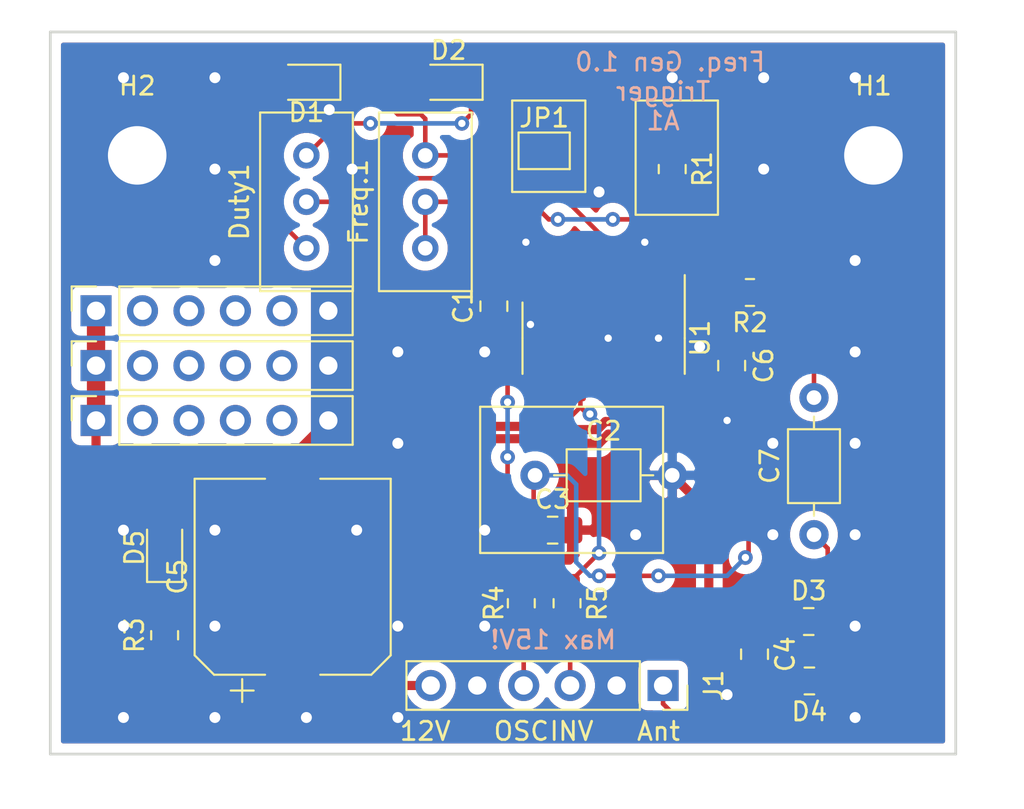
<source format=kicad_pcb>
(kicad_pcb (version 20240108) (generator "pcbnew") (generator_version "8.0")
  (layers (0 "F.Cu" signal) (31 "B.Cu" signal) (34 "B.Paste" user) (35 "F.Paste" user) (36 "B.SilkS" user "B.Silkscreen") (37 "F.SilkS" user "F.Silkscreen") (38 "B.Mask" user) (39 "F.Mask" user) (44 "Edge.Cuts" user))
  (net 0 "")
  (net 1 "GND")
  (net 2 "Ant_trg")
  (net 3 "+12V")
  (net 4 "Net-(C7-Pad2)")
  (net 5 "Ant_in")
  (net 6 "Net-(D1-Pad2)")
  (net 7 "Net-(D1-Pad1)")
  (net 8 "Net-(D2-Pad1)")
  (net 9 "Net-(D5-Pad1)")
  (net 10 "Net-(Duty1-Pad2)")
  (net 11 "Osc")
  (net 12 "OSC_inv")
  (net 13 "Net-(R4-Pad1)")
  (net 14 "Net-(R5-Pad1)")
  (footprint "Capacitor_THT:C_Axial_L3.8mm_D2.6mm_P7.50mm_Horizontal" (layer "F.Cu") (at 147.5 136.75)
    (property "Reference" "C2" (at 3.75 -2.42 0) (layer "F.SilkS"))
    (property "Value" "100n")
    (fp_line (start 1.04 0) (end 1.73 0) (stroke (width 0.12)) (layer "F.SilkS"))
    (fp_line (start 1.73 -1.42) (end 1.73 1.42) (stroke (width 0.12)) (layer "F.SilkS"))
    (fp_line (start 1.73 1.42) (end 5.77 1.42) (stroke (width 0.12)) (layer "F.SilkS"))
    (fp_line (start 5.77 -1.42) (end 1.73 -1.42) (stroke (width 0.12)) (layer "F.SilkS"))
    (fp_line (start 5.77 1.42) (end 5.77 -1.42) (stroke (width 0.12)) (layer "F.SilkS"))
    (fp_line (start 6.46 0) (end 5.77 0) (stroke (width 0.12)) (layer "F.SilkS"))
    (pad "1" thru_hole circle (at 0 0) (size 1.6 1.6) (drill 0.8) (layers "*.Cu" "*.Mask") (net 2 "Ant_trg"))
    (pad "2" thru_hole oval (at 7.5 0) (size 1.6 1.6) (drill 0.8) (layers "*.Cu" "*.Mask") (net 1 "GND"))
  )
  (footprint "Capacitor_SMD:C_0805_2012Metric_Pad1.18x1.45mm_HandSolder" (layer "F.Cu") (at 148.4625 139.75)
    (property "Reference" "C3" (at 0 -1.68 0) (layer "F.SilkS"))
    (property "Value" "100n")
    (fp_line (start -0.261252 -0.735) (end 0.261252 -0.735) (stroke (width 0.12)) (layer "F.SilkS"))
    (fp_line (start -0.261252 0.735) (end 0.261252 0.735) (stroke (width 0.12)) (layer "F.SilkS"))
    (pad "1" smd roundrect (at -1.0375 0) (size 1.175 1.45) (layers "F.Cu" "F.Paste" "F.Mask") (roundrect_rratio 0.2127659574) (net 2 "Ant_trg"))
    (pad "2" smd roundrect (at 1.0375 0) (size 1.175 1.45) (layers "F.Cu" "F.Paste" "F.Mask") (roundrect_rratio 0.2127659574) (net 1 "GND"))
  )
  (footprint "Capacitor_SMD:C_0805_2012Metric_Pad1.18x1.45mm_HandSolder" (layer "F.Cu") (at 159.5 146.5375 -90)
    (property "Reference" "C4" (at 0 -1.68 90) (layer "F.SilkS"))
    (property "Value" "100nF")
    (fp_line (start -0.261252 0.735) (end 0.261252 0.735) (stroke (width 0.12)) (layer "F.SilkS"))
    (fp_line (start -0.261252 -0.735) (end 0.261252 -0.735) (stroke (width 0.12)) (layer "F.SilkS"))
    (pad "1" smd roundrect (at -1.0375 0 270) (size 1.175 1.45) (layers "F.Cu" "F.Paste" "F.Mask") (roundrect_rratio 0.2127659574) (net 3 "+12V"))
    (pad "2" smd roundrect (at 1.0375 0 270) (size 1.175 1.45) (layers "F.Cu" "F.Paste" "F.Mask") (roundrect_rratio 0.2127659574) (net 1 "GND"))
  )
  (footprint "Capacitor_SMD:CP_Elec_10x10.5" (layer "F.Cu") (at 134.25 142.3 90)
    (property "Reference" "C5" (at 0 -6.3 90) (layer "F.SilkS"))
    (property "Value" "100uF")
    (fp_line (start 5.36 -5.36) (end 5.36 -1.51) (stroke (width 0.12)) (layer "F.SilkS"))
    (fp_line (start -4.295563 -5.36) (end 5.36 -5.36) (stroke (width 0.12)) (layer "F.SilkS"))
    (fp_line (start -5.36 -4.295563) (end -4.295563 -5.36) (stroke (width 0.12)) (layer "F.SilkS"))
    (fp_line (start -5.36 -4.295563) (end -5.36 -1.51) (stroke (width 0.12)) (layer "F.SilkS"))
    (fp_line (start -6.225 -3.385) (end -6.225 -2.135) (stroke (width 0.12)) (layer "F.SilkS"))
    (fp_line (start -6.85 -2.76) (end -5.6 -2.76) (stroke (width 0.12)) (layer "F.SilkS"))
    (fp_line (start -5.36 4.295563) (end -5.36 1.51) (stroke (width 0.12)) (layer "F.SilkS"))
    (fp_line (start -5.36 4.295563) (end -4.295563 5.36) (stroke (width 0.12)) (layer "F.SilkS"))
    (fp_line (start 5.36 5.36) (end 5.36 1.51) (stroke (width 0.12)) (layer "F.SilkS"))
    (fp_line (start -4.295563 5.36) (end 5.36 5.36) (stroke (width 0.12)) (layer "F.SilkS"))
    (pad "1" smd roundrect (at -4.2 0 90) (size 4.4 2.5) (layers "F.Cu" "F.Paste" "F.Mask") (roundrect_rratio 0.1) (net 3 "+12V"))
    (pad "2" smd roundrect (at 4.2 0 90) (size 4.4 2.5) (layers "F.Cu" "F.Paste" "F.Mask") (roundrect_rratio 0.1) (net 1 "GND"))
  )
  (footprint "Capacitor_SMD:C_0805_2012Metric_Pad1.18x1.45mm_HandSolder" (layer "F.Cu") (at 158.25 130.75 90)
    (property "Reference" "C6" (at 0 1.75 90) (layer "F.SilkS"))
    (property "Value" "100nF")
    (fp_line (start -0.261252 -0.735) (end 0.261252 -0.735) (stroke (width 0.12)) (layer "F.SilkS"))
    (fp_line (start -0.261252 0.735) (end 0.261252 0.735) (stroke (width 0.12)) (layer "F.SilkS"))
    (pad "1" smd roundrect (at -1.0375 0 90) (size 1.175 1.45) (layers "F.Cu" "F.Paste" "F.Mask") (roundrect_rratio 0.2127659574) (net 3 "+12V"))
    (pad "2" smd roundrect (at 1.0375 0 90) (size 1.175 1.45) (layers "F.Cu" "F.Paste" "F.Mask") (roundrect_rratio 0.2127659574) (net 1 "GND"))
  )
  (footprint "Capacitor_THT:C_Axial_L3.8mm_D2.6mm_P7.50mm_Horizontal" (layer "F.Cu") (at 162.75 140 90)
    (property "Reference" "C7" (at 3.75 -2.42 90) (layer "F.SilkS"))
    (property "Value" "100n")
    (fp_line (start 5.77 -1.42) (end 1.73 -1.42) (stroke (width 0.12)) (layer "F.SilkS"))
    (fp_line (start 1.73 -1.42) (end 1.73 1.42) (stroke (width 0.12)) (layer "F.SilkS"))
    (fp_line (start 6.46 0) (end 5.77 0) (stroke (width 0.12)) (layer "F.SilkS"))
    (fp_line (start 1.04 0) (end 1.73 0) (stroke (width 0.12)) (layer "F.SilkS"))
    (fp_line (start 5.77 1.42) (end 5.77 -1.42) (stroke (width 0.12)) (layer "F.SilkS"))
    (fp_line (start 1.73 1.42) (end 5.77 1.42) (stroke (width 0.12)) (layer "F.SilkS"))
    (pad "1" thru_hole circle (at 0 0 90) (size 1.6 1.6) (drill 0.8) (layers "*.Cu" "*.Mask") (net 5 "Ant_in"))
    (pad "2" thru_hole oval (at 7.5 0 90) (size 1.6 1.6) (drill 0.8) (layers "*.Cu" "*.Mask") (net 4 "Net-(C7-Pad2)"))
  )
  (footprint "Diode_SMD:D_0805_2012Metric_Pad1.15x1.40mm_HandSolder" (layer "F.Cu") (at 135 115.25 180)
    (property "Reference" "D1" (at 0 -1.65 0) (layer "F.SilkS"))
    (property "Value" "D")
    (fp_line (start 1 -0.96) (end -1.86 -0.96) (stroke (width 0.12)) (layer "F.SilkS"))
    (fp_line (start -1.86 0.96) (end 1 0.96) (stroke (width 0.12)) (layer "F.SilkS"))
    (fp_line (start -1.86 -0.96) (end -1.86 0.96) (stroke (width 0.12)) (layer "F.SilkS"))
    (pad "1" smd roundrect (at -1.025 0 180) (size 1.15 1.4) (layers "F.Cu" "F.Paste" "F.Mask") (roundrect_rratio 0.2173904348) (net 7 "Net-(D1-Pad1)"))
    (pad "2" smd roundrect (at 1.025 0 180) (size 1.15 1.4) (layers "F.Cu" "F.Paste" "F.Mask") (roundrect_rratio 0.2173904348) (net 6 "Net-(D1-Pad2)"))
  )
  (footprint "Diode_SMD:D_0805_2012Metric_Pad1.15x1.40mm_HandSolder" (layer "F.Cu") (at 142.775 115.25 180)
    (property "Reference" "D2" (at 0 1.75 0) (layer "F.SilkS"))
    (property "Value" "D")
    (fp_line (start 1 -0.96) (end -1.86 -0.96) (stroke (width 0.12)) (layer "F.SilkS"))
    (fp_line (start -1.86 0.96) (end 1 0.96) (stroke (width 0.12)) (layer "F.SilkS"))
    (fp_line (start -1.86 -0.96) (end -1.86 0.96) (stroke (width 0.12)) (layer "F.SilkS"))
    (pad "1" smd roundrect (at -1.025 0 180) (size 1.15 1.4) (layers "F.Cu" "F.Paste" "F.Mask") (roundrect_rratio 0.2173904348) (net 8 "Net-(D2-Pad1)"))
    (pad "2" smd roundrect (at 1.025 0 180) (size 1.15 1.4) (layers "F.Cu" "F.Paste" "F.Mask") (roundrect_rratio 0.2173904348) (net 7 "Net-(D1-Pad1)"))
  )
  (footprint "Capacitor_SMD:C_0805_2012Metric_Pad1.18x1.45mm_HandSolder" (layer "F.Cu") (at 162.4625 144.75)
    (property "Reference" "D3" (at 0 -1.68 0) (layer "F.SilkS"))
    (property "Value" "D")
    (fp_line (start -0.261252 -0.735) (end 0.261252 -0.735) (stroke (width 0.12)) (layer "F.SilkS"))
    (fp_line (start -0.261252 0.735) (end 0.261252 0.735) (stroke (width 0.12)) (layer "F.SilkS"))
    (pad "1" smd roundrect (at -1.0375 0) (size 1.175 1.45) (layers "F.Cu" "F.Paste" "F.Mask") (roundrect_rratio 0.2127659574) (net 3 "+12V"))
    (pad "2" smd roundrect (at 1.0375 0) (size 1.175 1.45) (layers "F.Cu" "F.Paste" "F.Mask") (roundrect_rratio 0.2127659574) (net 5 "Ant_in"))
  )
  (footprint "Capacitor_SMD:C_0805_2012Metric_Pad1.18x1.45mm_HandSolder" (layer "F.Cu") (at 162.5 148 180)
    (property "Reference" "D4" (at 0 -1.68 0) (layer "F.SilkS"))
    (property "Value" "D")
    (fp_line (start -0.261252 0.735) (end 0.261252 0.735) (stroke (width 0.12)) (layer "F.SilkS"))
    (fp_line (start -0.261252 -0.735) (end 0.261252 -0.735) (stroke (width 0.12)) (layer "F.SilkS"))
    (pad "1" smd roundrect (at -1.0375 0 180) (size 1.175 1.45) (layers "F.Cu" "F.Paste" "F.Mask") (roundrect_rratio 0.2127659574) (net 5 "Ant_in"))
    (pad "2" smd roundrect (at 1.0375 0 180) (size 1.175 1.45) (layers "F.Cu" "F.Paste" "F.Mask") (roundrect_rratio 0.2127659574) (net 1 "GND"))
  )
  (footprint "LED_SMD:LED_0805_2012Metric_Pad1.15x1.40mm_HandSolder" (layer "F.Cu") (at 127.25 140.725 90)
    (property "Reference" "D5" (at 0 -1.65 90) (layer "F.SilkS"))
    (property "Value" "LED")
    (fp_line (start 1 -0.96) (end -1.86 -0.96) (stroke (width 0.12)) (layer "F.SilkS"))
    (fp_line (start -1.86 -0.96) (end -1.86 0.96) (stroke (width 0.12)) (layer "F.SilkS"))
    (fp_line (start -1.86 0.96) (end 1 0.96) (stroke (width 0.12)) (layer "F.SilkS"))
    (pad "1" smd roundrect (at -1.025 0 90) (size 1.15 1.4) (layers "F.Cu" "F.Paste" "F.Mask") (roundrect_rratio 0.2173904348) (net 9 "Net-(D5-Pad1)"))
    (pad "2" smd roundrect (at 1.025 0 90) (size 1.15 1.4) (layers "F.Cu" "F.Paste" "F.Mask") (roundrect_rratio 0.2173904348) (net 1 "GND"))
  )
  (footprint "Potentiometer_THT:Potentiometer_Bourns_3296W_Vertical" (layer "F.Cu") (at 135 119.25 90)
    (property "Reference" "Duty1" (at -2.54 -3.66 90) (layer "F.SilkS"))
    (property "Value" "1k")
    (fp_line (start 2.345 -2.53) (end 2.345 2.54) (stroke (width 0.12)) (layer "F.SilkS"))
    (fp_line (start -7.425 -2.53) (end 2.345 -2.53) (stroke (width 0.12)) (layer "F.SilkS"))
    (fp_line (start -7.425 -2.53) (end -7.425 2.54) (stroke (width 0.12)) (layer "F.SilkS"))
    (fp_line (start -7.425 2.54) (end 2.345 2.54) (stroke (width 0.12)) (layer "F.SilkS"))
    (pad "1" thru_hole circle (at 0 0 90) (size 1.44 1.44) (drill 0.8) (layers "*.Cu" "*.Mask") (net 8 "Net-(D2-Pad1)"))
    (pad "2" thru_hole circle (at -2.54 0 90) (size 1.44 1.44) (drill 0.8) (layers "*.Cu" "*.Mask") (net 10 "Net-(Duty1-Pad2)"))
    (pad "3" thru_hole circle (at -5.08 0 90) (size 1.44 1.44) (drill 0.8) (layers "*.Cu" "*.Mask") (net 6 "Net-(D1-Pad2)"))
  )
  (footprint "Potentiometer_THT:Potentiometer_Bourns_3296W_Vertical" (layer "F.Cu") (at 141.5 119.25 90)
    (property "Reference" "Freq.1" (at -2.54 -3.66 90) (layer "F.SilkS"))
    (property "Value" "10k")
    (fp_line (start 2.345 -2.53) (end 2.345 2.54) (stroke (width 0.12)) (layer "F.SilkS"))
    (fp_line (start -7.425 -2.53) (end 2.345 -2.53) (stroke (width 0.12)) (layer "F.SilkS"))
    (fp_line (start -7.425 -2.53) (end -7.425 2.54) (stroke (width 0.12)) (layer "F.SilkS"))
    (fp_line (start -7.425 2.54) (end 2.345 2.54) (stroke (width 0.12)) (layer "F.SilkS"))
    (pad "1" thru_hole circle (at 0 0 90) (size 1.44 1.44) (drill 0.8) (layers "*.Cu" "*.Mask") (net 7 "Net-(D1-Pad1)"))
    (pad "2" thru_hole circle (at -2.54 0 90) (size 1.44 1.44) (drill 0.8) (layers "*.Cu" "*.Mask") (net 2 "Ant_trg"))
    (pad "3" thru_hole circle (at -5.08 0 90) (size 1.44 1.44) (drill 0.8) (layers "*.Cu" "*.Mask") (net 2 "Ant_trg"))
  )
  (footprint "MountingHole:MountingHole_3.2mm_M3_DIN965_Pad" (layer "F.Cu") (at 166 119.25)
    (property "Reference" "H1" (at 0 -3.8 0) (layer "F.SilkS"))
    (property "Value" "MountingHole_Pad")
    (pad "1" thru_hole circle (at 0 0) (size 5.6 5.6) (drill 3.2) (layers "*.Cu" "*.Mask") (net 1 "GND"))
  )
  (footprint "MountingHole:MountingHole_3.2mm_M3_DIN965_Pad" (layer "F.Cu") (at 125.75 119.25)
    (property "Reference" "H2" (at 0 -3.8 0) (layer "F.SilkS"))
    (property "Value" "MountingHole_Pad")
    (pad "1" thru_hole circle (at 0 0) (size 5.6 5.6) (drill 3.2) (layers "*.Cu" "*.Mask") (net 1 "GND"))
  )
  (footprint "Connector_PinSocket_2.54mm:PinSocket_1x06_P2.54mm_Vertical" (layer "F.Cu") (at 154.5 148.25 -90)
    (property "Reference" "J1" (at 0 -2.77 90) (layer "F.SilkS"))
    (property "Value" "Conn_01x06")
    (fp_line (start -1.33 14.03) (end 1.33 14.03) (stroke (width 0.12)) (layer "F.SilkS"))
    (fp_line (start -1.33 1.27) (end -1.33 14.03) (stroke (width 0.12)) (layer "F.SilkS"))
    (fp_line (start -1.33 1.27) (end 1.33 1.27) (stroke (width 0.12)) (layer "F.SilkS"))
    (fp_line (start 1.33 1.27) (end 1.33 14.03) (stroke (width 0.12)) (layer "F.SilkS"))
    (fp_line (start 0 -1.33) (end 1.33 -1.33) (stroke (width 0.12)) (layer "F.SilkS"))
    (fp_line (start 1.33 -1.33) (end 1.33 0) (stroke (width 0.12)) (layer "F.SilkS"))
    (pad "1" thru_hole rect (at 0 0 270) (size 1.7 1.7) (drill 1) (layers "*.Cu" "*.Mask") (net 5 "Ant_in"))
    (pad "2" thru_hole oval (at 0 2.54 270) (size 1.7 1.7) (drill 1) (layers "*.Cu" "*.Mask") (net 1 "GND"))
    (pad "3" thru_hole oval (at 0 5.08 270) (size 1.7 1.7) (drill 1) (layers "*.Cu" "*.Mask") (net 12 "OSC_inv"))
    (pad "4" thru_hole oval (at 0 7.62 270) (size 1.7 1.7) (drill 1) (layers "*.Cu" "*.Mask") (net 11 "Osc"))
    (pad "5" thru_hole oval (at 0 10.16 270) (size 1.7 1.7) (drill 1) (layers "*.Cu" "*.Mask") (net 1 "GND"))
    (pad "6" thru_hole oval (at 0 12.7 270) (size 1.7 1.7) (drill 1) (layers "*.Cu" "*.Mask") (net 3 "+12V"))
  )
  (footprint "Resistor_SMD:R_0805_2012Metric_Pad1.20x1.40mm_HandSolder" (layer "F.Cu") (at 155 120 -90)
    (property "Reference" "R1" (at 0 -1.65 90) (layer "F.SilkS"))
    (property "Value" "1k")
    (fp_line (start -0.227064 0.735) (end 0.227064 0.735) (stroke (width 0.12)) (layer "F.SilkS"))
    (fp_line (start -0.227064 -0.735) (end 0.227064 -0.735) (stroke (width 0.12)) (layer "F.SilkS"))
    (pad "1" smd roundrect (at -1 0 270) (size 1.2 1.4) (layers "F.Cu" "F.Paste" "F.Mask") (roundrect_rratio 0.2083325) (net 7 "Net-(D1-Pad1)"))
    (pad "2" smd roundrect (at 1 0 270) (size 1.2 1.4) (layers "F.Cu" "F.Paste" "F.Mask") (roundrect_rratio 0.2083325) (net 2 "Ant_trg"))
  )
  (footprint "Resistor_SMD:R_0805_2012Metric_Pad1.20x1.40mm_HandSolder" (layer "F.Cu") (at 127.25 145.5 90)
    (property "Reference" "R3" (at 0 -1.65 90) (layer "F.SilkS"))
    (property "Value" "10k")
    (fp_line (start -0.227064 -0.735) (end 0.227064 -0.735) (stroke (width 0.12)) (layer "F.SilkS"))
    (fp_line (start -0.227064 0.735) (end 0.227064 0.735) (stroke (width 0.12)) (layer "F.SilkS"))
    (pad "1" smd roundrect (at -1 0 90) (size 1.2 1.4) (layers "F.Cu" "F.Paste" "F.Mask") (roundrect_rratio 0.2083325) (net 3 "+12V"))
    (pad "2" smd roundrect (at 1 0 90) (size 1.2 1.4) (layers "F.Cu" "F.Paste" "F.Mask") (roundrect_rratio 0.2083325) (net 9 "Net-(D5-Pad1)"))
  )
  (footprint "Package_SO:SO-14_3.9x8.65mm_P1.27mm" (layer "F.Cu") (at 151.25 129.25 -90)
    (property "Reference" "U1" (at 0 -5.28 90) (layer "F.SilkS"))
    (property "Value" "40106")
    (fp_line (start 0 4.435) (end -1.95 4.435) (stroke (width 0.12)) (layer "F.SilkS"))
    (fp_line (start 0 4.435) (end 1.95 4.435) (stroke (width 0.12)) (layer "F.SilkS"))
    (fp_line (start 0 -4.435) (end -3.45 -4.435) (stroke (width 0.12)) (layer "F.SilkS"))
    (fp_line (start 0 -4.435) (end 1.95 -4.435) (stroke (width 0.12)) (layer "F.SilkS"))
    (pad "1" smd roundrect (at -2.475 -3.81 270) (size 1.95 0.6) (layers "F.Cu" "F.Paste" "F.Mask") (net 2 "Ant_trg"))
    (pad "2" smd roundrect (at -2.475 -2.54 270) (size 1.95 0.6) (layers "F.Cu" "F.Paste" "F.Mask") (net 10 "Net-(Duty1-Pad2)"))
    (pad "3" smd roundrect (at -2.475 -1.27 270) (size 1.95 0.6) (layers "F.Cu" "F.Paste" "F.Mask") (net 10 "Net-(Duty1-Pad2)"))
    (pad "4" smd roundrect (at -2.475 0 270) (size 1.95 0.6) (layers "F.Cu" "F.Paste" "F.Mask") (net 13 "Net-(R4-Pad1)"))
    (pad "5" smd roundrect (at -2.475 1.27 270) (size 1.95 0.6) (layers "F.Cu" "F.Paste" "F.Mask") (net 10 "Net-(Duty1-Pad2)"))
    (pad "6" smd roundrect (at -2.475 2.54 270) (size 1.95 0.6) (layers "F.Cu" "F.Paste" "F.Mask") (net 13 "Net-(R4-Pad1)"))
    (pad "7" smd roundrect (at -2.475 3.81 270) (size 1.95 0.6) (layers "F.Cu" "F.Paste" "F.Mask") (net 1 "GND"))
    (pad "8" smd roundrect (at 2.475 3.81 270) (size 1.95 0.6) (layers "F.Cu" "F.Paste" "F.Mask") (net 14 "Net-(R5-Pad1)"))
    (pad "9" smd roundrect (at 2.475 2.54 270) (size 1.95 0.6) (layers "F.Cu" "F.Paste" "F.Mask") (net 13 "Net-(R4-Pad1)"))
    (pad "10" smd roundrect (at 2.475 1.27 270) (size 1.95 0.6) (layers "F.Cu" "F.Paste" "F.Mask") (net 14 "Net-(R5-Pad1)"))
    (pad "11" smd roundrect (at 2.475 0 270) (size 1.95 0.6) (layers "F.Cu" "F.Paste" "F.Mask") (net 13 "Net-(R4-Pad1)"))
    (pad "12" smd roundrect (at 2.475 -1.27 270) (size 1.95 0.6) (layers "F.Cu" "F.Paste" "F.Mask"))
    (pad "13" smd roundrect (at 2.475 -2.54 270) (size 1.95 0.6) (layers "F.Cu" "F.Paste" "F.Mask") (net 3 "+12V"))
    (pad "14" smd roundrect (at 2.475 -3.81 270) (size 1.95 0.6) (layers "F.Cu" "F.Paste" "F.Mask") (net 3 "+12V"))
  )
  (footprint "Resistor_SMD:R_0805_2012Metric_Pad1.20x1.40mm_HandSolder" (layer "F.Cu") (at 159.25 126.75 180)
    (property "Reference" "R2" (at 0 -1.65 0) (layer "F.SilkS"))
    (property "Value" "1k")
    (fp_line (start -0.227064 0.735) (end 0.227064 0.735) (stroke (width 0.12)) (layer "F.SilkS"))
    (fp_line (start -0.227064 -0.735) (end 0.227064 -0.735) (stroke (width 0.12)) (layer "F.SilkS"))
    (pad "1" smd roundrect (at -1 0 180) (size 1.2 1.4) (layers "F.Cu" "F.Paste" "F.Mask") (roundrect_rratio 0.2083325) (net 4 "Net-(C7-Pad2)"))
    (pad "2" smd roundrect (at 1 0 180) (size 1.2 1.4) (layers "F.Cu" "F.Paste" "F.Mask") (roundrect_rratio 0.2083325) (net 2 "Ant_trg"))
  )
  (footprint "Jumper:SolderJumper-2_P1.3mm_Open_TrianglePad1.0x1.5mm" (layer "F.Cu") (at 148 119)
    (property "Reference" "JP1" (at 0 -1.8 0) (layer "F.SilkS"))
    (property "Value" "SolderJumper_2_Open")
    (fp_line (start -1.4 -1) (end 1.4 -1) (stroke (width 0.12)) (layer "F.SilkS"))
    (fp_line (start -1.4 1) (end -1.4 -1) (stroke (width 0.12)) (layer "F.SilkS"))
    (fp_line (start 1.4 -1) (end 1.4 1) (stroke (width 0.12)) (layer "F.SilkS"))
    (fp_line (start 1.4 1) (end -1.4 1) (stroke (width 0.12)) (layer "F.SilkS"))
    (pad "1" smd custom (at -0.725 0) (size 0.3 0.3) (layers "F.Cu" "F.Mask") (net 7 "Net-(D1-Pad1)") (options (clearance outline) (anchor rect)) (primitives (gr_poly (pts (xy -0.5 -0.75) (xy 0.5 -0.75) (xy 1 0) (xy 0.5 0.75) (xy -0.5 0.75)) (width 0) (fill yes))))
    (pad "2" smd custom (at 0.725 0) (size 0.3 0.3) (layers "F.Cu" "F.Mask") (net 10 "Net-(Duty1-Pad2)") (options (clearance outline) (anchor rect)) (primitives (gr_poly (pts (xy -0.65 -0.75) (xy 0.5 -0.75) (xy 0.5 0.75) (xy -0.65 0.75) (xy -0.15 0)) (width 0) (fill yes))))
  )
  (footprint "Resistor_SMD:R_0805_2012Metric_Pad1.20x1.40mm_HandSolder" (layer "F.Cu") (at 146.75 143.75 -90)
    (property "Reference" "R4" (at 0 1.5 90) (layer "F.SilkS"))
    (property "Value" "1k")
    (fp_line (start -0.227064 0.735) (end 0.227064 0.735) (stroke (width 0.12)) (layer "F.SilkS"))
    (fp_line (start -0.227064 -0.735) (end 0.227064 -0.735) (stroke (width 0.12)) (layer "F.SilkS"))
    (pad "1" smd roundrect (at -1 0 270) (size 1.2 1.4) (layers "F.Cu" "F.Paste" "F.Mask") (roundrect_rratio 0.2083325) (net 13 "Net-(R4-Pad1)"))
    (pad "2" smd roundrect (at 1 0 270) (size 1.2 1.4) (layers "F.Cu" "F.Paste" "F.Mask") (roundrect_rratio 0.2083325) (net 11 "Osc"))
  )
  (footprint "Resistor_SMD:R_0805_2012Metric_Pad1.20x1.40mm_HandSolder" (layer "F.Cu") (at 149.25 143.75 -90)
    (property "Reference" "R5" (at 0 -1.65 90) (layer "F.SilkS"))
    (property "Value" "1k")
    (fp_line (start -0.227064 0.735) (end 0.227064 0.735) (stroke (width 0.12)) (layer "F.SilkS"))
    (fp_line (start -0.227064 -0.735) (end 0.227064 -0.735) (stroke (width 0.12)) (layer "F.SilkS"))
    (pad "1" smd roundrect (at -1 0 270) (size 1.2 1.4) (layers "F.Cu" "F.Paste" "F.Mask") (roundrect_rratio 0.2083325) (net 14 "Net-(R5-Pad1)"))
    (pad "2" smd roundrect (at 1 0 270) (size 1.2 1.4) (layers "F.Cu" "F.Paste" "F.Mask") (roundrect_rratio 0.2083325) (net 12 "OSC_inv"))
  )
  (footprint "Connector_PinSocket_2.54mm:PinSocket_1x06_P2.54mm_Vertical" (layer "F.Cu") (at 123.5 133.75 90)
    (property "Reference" "J2" (hide yes))
    (property "Value" "Conn_01x06")
    (fp_line (start 1.33 -1.33) (end 1.33 0) (stroke (width 0.12)) (layer "F.SilkS"))
    (fp_line (start 0 -1.33) (end 1.33 -1.33) (stroke (width 0.12)) (layer "F.SilkS"))
    (fp_line (start 1.33 1.27) (end 1.33 14.03) (stroke (width 0.12)) (layer "F.SilkS"))
    (fp_line (start -1.33 1.27) (end 1.33 1.27) (stroke (width 0.12)) (layer "F.SilkS"))
    (fp_line (start -1.33 1.27) (end -1.33 14.03) (stroke (width 0.12)) (layer "F.SilkS"))
    (fp_line (start -1.33 14.03) (end 1.33 14.03) (stroke (width 0.12)) (layer "F.SilkS"))
    (pad "1" thru_hole rect (at 0 0 90) (size 1.7 1.7) (drill 1) (layers "*.Cu" "*.Mask") (net 3 "+12V"))
    (pad "2" thru_hole oval (at 0 2.54 90) (size 1.7 1.7) (drill 1) (layers "*.Cu" "*.Mask"))
    (pad "3" thru_hole oval (at 0 5.08 90) (size 1.7 1.7) (drill 1) (layers "*.Cu" "*.Mask"))
    (pad "4" thru_hole oval (at 0 7.62 90) (size 1.7 1.7) (drill 1) (layers "*.Cu" "*.Mask"))
    (pad "5" thru_hole oval (at 0 10.16 90) (size 1.7 1.7) (drill 1) (layers "*.Cu" "*.Mask"))
    (pad "6" thru_hole oval (at 0 12.7 90) (size 1.7 1.7) (drill 1) (layers "*.Cu" "*.Mask") (net 1 "GND"))
  )
  (footprint "Connector_PinSocket_2.54mm:PinSocket_1x06_P2.54mm_Vertical" (layer "F.Cu") (at 123.5 130.75 90)
    (property "Reference" "J3" (hide yes))
    (property "Value" "Conn_01x06")
    (fp_line (start 1.33 -1.33) (end 1.33 0) (stroke (width 0.12)) (layer "F.SilkS"))
    (fp_line (start 0 -1.33) (end 1.33 -1.33) (stroke (width 0.12)) (layer "F.SilkS"))
    (fp_line (start 1.33 1.27) (end 1.33 14.03) (stroke (width 0.12)) (layer "F.SilkS"))
    (fp_line (start -1.33 1.27) (end 1.33 1.27) (stroke (width 0.12)) (layer "F.SilkS"))
    (fp_line (start -1.33 1.27) (end -1.33 14.03) (stroke (width 0.12)) (layer "F.SilkS"))
    (fp_line (start -1.33 14.03) (end 1.33 14.03) (stroke (width 0.12)) (layer "F.SilkS"))
    (pad "1" thru_hole rect (at 0 0 90) (size 1.7 1.7) (drill 1) (layers "*.Cu" "*.Mask") (net 3 "+12V"))
    (pad "2" thru_hole oval (at 0 2.54 90) (size 1.7 1.7) (drill 1) (layers "*.Cu" "*.Mask"))
    (pad "3" thru_hole oval (at 0 5.08 90) (size 1.7 1.7) (drill 1) (layers "*.Cu" "*.Mask"))
    (pad "4" thru_hole oval (at 0 7.62 90) (size 1.7 1.7) (drill 1) (layers "*.Cu" "*.Mask"))
    (pad "5" thru_hole oval (at 0 10.16 90) (size 1.7 1.7) (drill 1) (layers "*.Cu" "*.Mask"))
    (pad "6" thru_hole oval (at 0 12.7 90) (size 1.7 1.7) (drill 1) (layers "*.Cu" "*.Mask") (net 1 "GND"))
  )
  (footprint "Connector_PinSocket_2.54mm:PinSocket_1x06_P2.54mm_Vertical" (layer "F.Cu") (at 123.5 127.75 90)
    (property "Reference" "J4" (hide yes))
    (property "Value" "Conn_01x06" (hide yes))
    (fp_line (start 1.33 -1.33) (end 1.33 0) (stroke (width 0.12)) (layer "F.SilkS"))
    (fp_line (start 0 -1.33) (end 1.33 -1.33) (stroke (width 0.12)) (layer "F.SilkS"))
    (fp_line (start 1.33 1.27) (end 1.33 14.03) (stroke (width 0.12)) (layer "F.SilkS"))
    (fp_line (start -1.33 1.27) (end 1.33 1.27) (stroke (width 0.12)) (layer "F.SilkS"))
    (fp_line (start -1.33 1.27) (end -1.33 14.03) (stroke (width 0.12)) (layer "F.SilkS"))
    (fp_line (start -1.33 14.03) (end 1.33 14.03) (stroke (width 0.12)) (layer "F.SilkS"))
    (pad "1" thru_hole rect (at 0 0 90) (size 1.7 1.7) (drill 1) (layers "*.Cu" "*.Mask") (net 3 "+12V"))
    (pad "2" thru_hole oval (at 0 2.54 90) (size 1.7 1.7) (drill 1) (layers "*.Cu" "*.Mask"))
    (pad "3" thru_hole oval (at 0 5.08 90) (size 1.7 1.7) (drill 1) (layers "*.Cu" "*.Mask"))
    (pad "4" thru_hole oval (at 0 7.62 90) (size 1.7 1.7) (drill 1) (layers "*.Cu" "*.Mask"))
    (pad "5" thru_hole oval (at 0 10.16 90) (size 1.7 1.7) (drill 1) (layers "*.Cu" "*.Mask"))
    (pad "6" thru_hole oval (at 0 12.7 90) (size 1.7 1.7) (drill 1) (layers "*.Cu" "*.Mask") (net 1 "GND"))
  )
  (footprint "Capacitor_SMD:C_0805_2012Metric_Pad1.18x1.45mm_HandSolder" (layer "F.Cu") (at 145.25 127.5 90)
    (property "Reference" "C1" (at 0 -1.68 90) (layer "F.SilkS"))
    (property "Value" "100nF")
    (fp_line (start -0.261252 -0.735) (end 0.261252 -0.735) (stroke (width 0.12)) (layer "F.SilkS"))
    (fp_line (start -0.261252 0.735) (end 0.261252 0.735) (stroke (width 0.12)) (layer "F.SilkS"))
    (pad "1" smd roundrect (at -1.0375 0 90) (size 1.175 1.45) (layers "F.Cu" "F.Paste" "F.Mask") (roundrect_rratio 0.2127659574) (net 3 "+12V"))
    (pad "2" smd roundrect (at 1.0375 0 90) (size 1.175 1.45) (layers "F.Cu" "F.Paste" "F.Mask") (roundrect_rratio 0.2127659574) (net 1 "GND"))
  )
  (gr_line (start 154.5 133) (end 154.5 141) (stroke (width 0.12)) (layer "F.SilkS"))
  (gr_line (start 157.5 116.25) (end 153 116.25) (stroke (width 0.12)) (layer "F.SilkS"))
  (gr_line (start 150.25 116.25) (end 146.25 116.25) (stroke (width 0.12)) (layer "F.SilkS"))
  (gr_line (start 153 122.5) (end 157.5 122.5) (stroke (width 0.12)) (layer "F.SilkS"))
  (gr_line (start 144.5 141) (end 144.5 133) (stroke (width 0.12)) (layer "F.SilkS"))
  (gr_line (start 157.5 122.5) (end 157.5 116.25) (stroke (width 0.12)) (layer "F.SilkS"))
  (gr_line (start 144.5 133) (end 154.5 133) (stroke (width 0.12)) (layer "F.SilkS"))
  (gr_line (start 154.5 141) (end 144.5 141) (stroke (width 0.12)) (layer "F.SilkS"))
  (gr_line (start 146.25 121.25) (end 150.25 121.25) (stroke (width 0.12)) (layer "F.SilkS"))
  (gr_line (start 153 116.25) (end 153 122.5) (stroke (width 0.12)) (layer "F.SilkS"))
  (gr_line (start 146.25 116.25) (end 146.25 121.25) (stroke (width 0.12)) (layer "F.SilkS"))
  (gr_line (start 150.25 121.25) (end 150.25 116.25) (stroke (width 0.12)) (layer "F.SilkS"))
  (gr_line (start 170.5 112.5) (end 121 112.5) (stroke (width 0.15)) (layer "Edge.Cuts"))
  (gr_line (start 121 152) (end 170.5 152) (stroke (width 0.15)) (layer "Edge.Cuts"))
  (gr_line (start 170.5 112.5) (end 170.5 152) (stroke (width 0.15)) (layer "Edge.Cuts"))
  (gr_line (start 121 112.5) (end 121 152) (stroke (width 0.15)) (layer "Edge.Cuts"))
  (gr_text "Max 15V!" (at 148.5 145.75 0) (layer "B.SilkS") (effects (font (size 1 1)) (justify mirror)))
  (gr_text "Freq. Gen 1.0 \nTrigger\nA1" (at 154.5 115.75 0) (layer "B.SilkS") (effects (font (size 1 1)) (justify mirror)))
  (gr_text "Ant" (at 154.25 150.75 0) (layer "F.SilkS") (effects (font (size 1 1))))
  (gr_text "OSC" (at 146.75 150.75 0) (layer "F.SilkS") (effects (font (size 1 1))))
  (gr_text "INV" (at 149.5 150.75 0) (layer "F.SilkS") (effects (font (size 1 1))))
  (gr_text "12V" (at 141.5 150.75 0) (layer "F.SilkS") (effects (font (size 1 1))))
  (segment (start 147.25 128.5) (end 147.25 128.5) (width 0.5) (layer "F.Cu") (net 1))
  (segment (start 157.575 147.575) (end 154.625 144.625) (width 0.5) (layer "F.Cu") (net 1))
  (segment (start 155 136.75) (end 155 138) (width 0.5) (layer "F.Cu") (net 1))
  (segment (start 156.05001 143.19999) (end 156.05001 137.80001) (width 0.5) (layer "F.Cu") (net 1))
  (segment (start 156.05001 137.80001) (end 155 136.75) (width 0.5) (layer "F.Cu") (net 1))
  (segment (start 159.5 147.575) (end 161.0375 147.575) (width 0.5) (layer "F.Cu") (net 1))
  (segment (start 147.44 126.775) (end 147.44 124.44) (width 0.5) (layer "F.Cu") (net 1))
  (segment (start 156.5 129.7125) (end 158.25 129.7125) (width 0.5) (layer "F.Cu") (net 1))
  (segment (start 159.5 147.575) (end 157.575 147.575) (width 0.5) (layer "F.Cu") (net 1))
  (segment (start 152.75 139.75) (end 153 140) (width 0.5) (layer "F.Cu") (net 1))
  (segment (start 151.96 145.79) (end 153 144.75) (width 0.5) (layer "F.Cu") (net 1))
  (segment (start 161.0375 147.575) (end 161.4625 148) (width 0.5) (layer "F.Cu") (net 1))
  (segment (start 149.5 139.75) (end 152.75 139.75) (width 0.5) (layer "F.Cu") (net 1))
  (segment (start 153 144.75) (end 154.5 144.75) (width 0.5) (layer "F.Cu") (net 1))
  (segment (start 147.44 126.775) (end 147.44 128.31) (width 0.5) (layer "F.Cu") (net 1))
  (segment (start 134.75 135.2) (end 136.2 133.75) (width 0.5) (layer "F.Cu") (net 1))
  (segment (start 154.625 144.625) (end 156.05001 143.19999) (width 0.5) (layer "F.Cu") (net 1))
  (segment (start 147.44 128.31) (end 147.25 128.5) (width 0.5) (layer "F.Cu") (net 1))
  (segment (start 154.5 144.75) (end 154.625 144.625) (width 0.5) (layer "F.Cu") (net 1))
  (segment (start 159.175 147.575) (end 158 148.75) (width 0.5) (layer "F.Cu") (net 1))
  (segment (start 151.96 148.25) (end 151.96 145.79) (width 0.5) (layer "F.Cu") (net 1))
  (segment (start 155 138) (end 153 140) (width 0.5) (layer "F.Cu") (net 1))
  (segment (start 136.2 133.75) (end 136.45001 134.00001) (width 0.5) (layer "F.Cu") (net 1))
  (segment (start 147.1275 126.4625) (end 147.44 126.775) (width 0.5) (layer "F.Cu") (net 1))
  (segment (start 134.75 138.1) (end 134.75 135.2) (width 0.5) (layer "F.Cu") (net 1))
  (segment (start 145.25 126.4625) (end 147.1275 126.4625) (width 0.5) (layer "F.Cu") (net 1))
  (segment (start 159.5 147.575) (end 159.175 147.575) (width 0.5) (layer "F.Cu") (net 1))
  (segment (start 147.44 124.44) (end 147 124) (width 0.5) (layer "F.Cu") (net 1))
  (via (at 137.5 120) (size 1) (drill 0.6) (layers "F.Cu" "B.Cu") (net 1))
  (via (at 125 145) (size 1) (drill 0.6) (layers "F.Cu" "B.Cu") (net 1))
  (via (at 130 139.75) (size 1) (drill 0.6) (layers "F.Cu" "B.Cu") (net 1))
  (via (at 165 115) (size 1) (drill 0.6) (layers "F.Cu" "B.Cu") (net 1))
  (via (at 130 145) (size 1) (drill 0.6) (layers "F.Cu" "B.Cu") (net 1))
  (via (at 136.25 116.75) (size 1) (drill 0.6) (layers "F.Cu" "B.Cu") (net 1))
  (via (at 147 124) (size 0.8) (drill 0.4) (layers "F.Cu" "B.Cu") (net 1))
  (via (at 147.25 128.5) (size 0.8) (drill 0.4) (layers "F.Cu" "B.Cu") (net 1))
  (via (at 130 115) (size 1) (drill 0.6) (layers "F.Cu" "B.Cu") (net 1))
  (via (at 160.5 140) (size 1) (drill 0.6) (layers "F.Cu" "B.Cu") (net 1))
  (via (at 156.5 129.7125) (size 1) (drill 0.6) (layers "F.Cu" "B.Cu") (net 1))
  (via (at 154.25 129.25) (size 0.8) (drill 0.4) (layers "F.Cu" "B.Cu") (net 1))
  (via (at 160 115) (size 1) (drill 0.6) (layers "F.Cu" "B.Cu") (net 1))
  (via (at 144.75 145) (size 1) (drill 0.6) (layers "F.Cu" "B.Cu") (net 1))
  (via (at 130 150) (size 1) (drill 0.6) (layers "F.Cu" "B.Cu") (net 1))
  (via (at 135 150) (size 1) (drill 0.6) (layers "F.Cu" "B.Cu") (net 1))
  (via (at 155 115) (size 1) (drill 0.6) (layers "F.Cu" "B.Cu") (net 1))
  (via (at 130 120) (size 1) (drill 0.6) (layers "F.Cu" "B.Cu") (net 1))
  (via (at 140 145) (size 1) (drill 0.6) (layers "F.Cu" "B.Cu") (net 1))
  (via (at 137.75 139.75) (size 1) (drill 0.6) (layers "F.Cu" "B.Cu") (net 1))
  (via (at 153 140) (size 1) (drill 0.6) (layers "F.Cu" "B.Cu") (net 1))
  (via (at 144.75 130) (size 1) (drill 0.6) (layers "F.Cu" "B.Cu") (net 1))
  (via (at 153.5 124) (size 0.8) (drill 0.4) (layers "F.Cu" "B.Cu") (net 1))
  (via (at 165 125) (size 1) (drill 0.6) (layers "F.Cu" "B.Cu") (net 1))
  (via (at 151 121.25) (size 1) (drill 0.6) (layers "F.Cu" "B.Cu") (net 1))
  (via (at 165 150) (size 1) (drill 0.6) (layers "F.Cu" "B.Cu") (net 1))
  (via (at 125 139.75) (size 1) (drill 0.6) (layers "F.Cu" "B.Cu") (net 1))
  (via (at 165 130) (size 1) (drill 0.6) (layers "F.Cu" "B.Cu") (net 1))
  (via (at 158 148.75) (size 1) (drill 0.6) (layers "F.Cu" "B.Cu") (net 1))
  (via (at 165 135) (size 1) (drill 0.6) (layers "F.Cu" "B.Cu") (net 1))
  (via (at 130 125) (size 1) (drill 0.6) (layers "F.Cu" "B.Cu") (net 1))
  (via (at 151.5 129.25) (size 0.8) (drill 0.4) (layers "F.Cu" "B.Cu") (net 1))
  (via (at 165 145) (size 1) (drill 0.6) (layers "F.Cu" "B.Cu") (net 1))
  (via (at 160 120) (size 1) (drill 0.6) (layers "F.Cu" "B.Cu") (net 1))
  (via (at 140 150) (size 1) (drill 0.6) (layers "F.Cu" "B.Cu") (net 1))
  (via (at 158 133.75) (size 0.8) (drill 0.4) (layers "F.Cu" "B.Cu") (net 1))
  (via (at 165 140) (size 1) (drill 0.6) (layers "F.Cu" "B.Cu") (net 1))
  (via (at 125 115) (size 1) (drill 0.6) (layers "F.Cu" "B.Cu") (net 1))
  (via (at 140 130) (size 1) (drill 0.6) (layers "F.Cu" "B.Cu") (net 1))
  (via (at 125 150) (size 1) (drill 0.6) (layers "F.Cu" "B.Cu") (net 1))
  (via (at 144.75 139.75) (size 1) (drill 0.6) (layers "F.Cu" "B.Cu") (net 1))
  (via (at 140 135) (size 1) (drill 0.6) (layers "F.Cu" "B.Cu") (net 1))
  (via (at 160.5 135) (size 1) (drill 0.6) (layers "F.Cu" "B.Cu") (net 1))
  (segment (start 136.2 127.75) (end 136.2 130.75) (width 0.5) (layer "B.Cu") (net 1))
  (segment (start 136.2 133.75) (end 136.2 130.75) (width 0.5) (layer "B.Cu") (net 1))
  (segment (start 155.06 126.775) (end 155.06 123.56) (width 0.25) (layer "F.Cu") (net 2))
  (segment (start 159.174999 141.075001) (end 159 141.25) (width 0.25) (layer "F.Cu") (net 2))
  (segment (start 155 123.5) (end 155.06 123.56) (width 0.25) (layer "F.Cu") (net 2))
  (segment (start 141.5 121.79) (end 147.29 121.79) (width 0.25) (layer "F.Cu") (net 2))
  (segment (start 156.25 126.75) (end 156.225 126.775) (width 0.25) (layer "F.Cu") (net 2))
  (segment (start 159.75 128.25) (end 158.5 128.25) (width 0.25) (layer "F.Cu") (net 2))
  (segment (start 158.25 126.75) (end 156.25 126.75) (width 0.25) (layer "F.Cu") (net 2))
  (segment (start 158.25 128) (end 158.25 126.75) (width 0.25) (layer "F.Cu") (net 2))
  (segment (start 160 133.25) (end 160 128.5) (width 0.25) (layer "F.Cu") (net 2))
  (segment (start 141.5 121.79) (end 141.5 124.33) (width 0.25) (layer "F.Cu") (net 2))
  (segment (start 158.5 128.25) (end 158.25 128) (width 0.25) (layer "F.Cu") (net 2))
  (segment (start 155 121.75) (end 154 122.75) (width 0.25) (layer "F.Cu") (net 2))
  (segment (start 148.75 122.75) (end 148.25 122.75) (width 0.25) (layer "F.Cu") (net 2))
  (segment (start 160 128.5) (end 159.75 128.25) (width 0.25) (layer "F.Cu") (net 2))
  (segment (start 159.174999 134.075001) (end 159.174999 141.075001) (width 0.25) (layer "F.Cu") (net 2))
  (segment (start 160 133.25) (end 159.174999 134.075001) (width 0.25) (layer "F.Cu") (net 2))
  (segment (start 154 122.75) (end 151.75 122.75) (width 0.25) (layer "F.Cu") (net 2))
  (segment (start 147.425 139.75) (end 147.425 136.825) (width 0.25) (layer "F.Cu") (net 2))
  (segment (start 147.425 136.825) (end 147.5 136.75) (width 0.25) (layer "F.Cu") (net 2))
  (segment (start 147.29 121.79) (end 148.25 122.75) (width 0.25) (layer "F.Cu") (net 2))
  (segment (start 156.225 126.775) (end 155.06 126.775) (width 0.25) (layer "F.Cu") (net 2))
  (segment (start 155 121) (end 155 121.75) (width 0.25) (layer "F.Cu") (net 2))
  (segment (start 155 121) (end 155 123.5) (width 0.25) (layer "F.Cu") (net 2))
  (segment (start 154.25 142.25) (end 151 142.25) (width 0.25) (layer "F.Cu") (net 2))
  (via (at 151 142.25) (size 0.8) (drill 0.4) (layers "F.Cu" "B.Cu") (net 2))
  (via (at 159 141.25) (size 0.8) (drill 0.4) (layers "F.Cu" "B.Cu") (net 2))
  (via (at 154.25 142.25) (size 0.8) (drill 0.4) (layers "F.Cu" "B.Cu") (net 2))
  (via (at 148.75 122.75) (size 0.8) (drill 0.4) (layers "F.Cu" "B.Cu") (net 2))
  (via (at 151.75 122.75) (size 0.8) (drill 0.4) (layers "F.Cu" "B.Cu") (net 2))
  (segment (start 149.75 141.5) (end 150.5 142.25) (width 0.25) (layer "B.Cu") (net 2))
  (segment (start 150.5 142.25) (end 151 142.25) (width 0.25) (layer "B.Cu") (net 2))
  (segment (start 149.25 136.75) (end 149.75 137.25) (width 0.25) (layer "B.Cu") (net 2))
  (segment (start 158 142.25) (end 159 141.25) (width 0.25) (layer "B.Cu") (net 2))
  (segment (start 147.5 136.75) (end 149.25 136.75) (width 0.25) (layer "B.Cu") (net 2))
  (segment (start 158 142.25) (end 154.25 142.25) (width 0.25) (layer "B.Cu") (net 2))
  (segment (start 148.75 122.75) (end 151.75 122.75) (width 0.25) (layer "B.Cu") (net 2))
  (segment (start 149.75 137.25) (end 149.75 141.5) (width 0.25) (layer "B.Cu") (net 2))
  (segment (start 145.25 128.5375) (end 144.525 128.5375) (width 0.5) (layer "F.Cu") (net 3))
  (segment (start 142.330992 130.731508) (end 142.330992 134.07501) (width 0.5) (layer "F.Cu") (net 3))
  (segment (start 149.174991 134.250001) (end 149 134.07501) (width 0.5) (layer "F.Cu") (net 3))
  (segment (start 140 136.406002) (end 140 142.5) (width 0.5) (layer "F.Cu") (net 3))
  (segment (start 134.75 145.75) (end 134.75 146.5) (width 0.5) (layer "F.Cu") (net 3))
  (segment (start 148.75 135) (end 148.5 134.75) (width 0.5) (layer "F.Cu") (net 3))
  (segment (start 154.06 133.81) (end 151.348002 133.81) (width 0.5) (layer "F.Cu") (net 3))
  (segment (start 138.85 144.65) (end 136.6 144.65) (width 0.5) (layer "F.Cu") (net 3))
  (segment (start 123.5 144.906002) (end 123.5 133.75) (width 0.5) (layer "F.Cu") (net 3))
  (segment (start 136.6 144.65) (end 134.75 146.5) (width 0.5) (layer "F.Cu") (net 3))
  (segment (start 150.908001 134.250001) (end 149.174991 134.250001) (width 0.5) (layer "F.Cu") (net 3))
  (segment (start 141.8 148.25) (end 136.5 148.25) (width 0.5) (layer "F.Cu") (net 3))
  (segment (start 155.5 134.5) (end 151.5 134.5) (width 0.5) (layer "F.Cu") (net 3))
  (segment (start 153.79 133.54) (end 153.79 131.725) (width 0.5) (layer "F.Cu") (net 3))
  (segment (start 123.5 127.75) (end 123.5 130.75) (width 1) (layer "F.Cu") (net 3))
  (segment (start 154.06 133.81) (end 153.79 133.54) (width 0.5) (layer "F.Cu") (net 3))
  (segment (start 151.5 134.5) (end 151 135) (width 0.5) (layer "F.Cu") (net 3))
  (segment (start 125.093998 146.5) (end 123.5 144.906002) (width 0.5) (layer "F.Cu") (net 3))
  (segment (start 140.75 136.75) (end 140.75 142.75) (width 0.5) (layer "F.Cu") (net 3))
  (segment (start 151.348002 133.81) (end 150.908001 134.250001) (width 0.5) (layer "F.Cu") (net 3))
  (segment (start 136.75 143.75) (end 134.75 145.75) (width 0.5) (layer "F.Cu") (net 3))
  (segment (start 138.75 143.75) (end 136.75 143.75) (width 0.5) (layer "F.Cu") (net 3))
  (segment (start 158.1875 131.725) (end 158.25 131.7875) (width 0.5) (layer "F.Cu") (net 3))
  (segment (start 155.06 133.81) (end 154.06 133.81) (width 0.5) (layer "F.Cu") (net 3))
  (segment (start 149 134.07501) (end 142.330992 134.07501) (width 0.5) (layer "F.Cu") (net 3))
  (segment (start 155.5 134.5) (end 157 136) (width 0.5) (layer "F.Cu") (net 3))
  (segment (start 142.330992 134.07501) (end 140 136.406002) (width 0.5) (layer "F.Cu") (net 3))
  (segment (start 127.25 146.5) (end 125.093998 146.5) (width 0.5) (layer "F.Cu") (net 3))
  (segment (start 159.5 145.5) (end 158.25 145.5) (width 0.5) (layer "F.Cu") (net 3))
  (segment (start 127.25 146.5) (end 134.75 146.5) (width 0.5) (layer "F.Cu") (net 3))
  (segment (start 144.525 128.5375) (end 142.330992 130.731508) (width 0.5) (layer "F.Cu") (net 3))
  (segment (start 123.5 130.75) (end 123.5 133.75) (width 1) (layer "F.Cu") (net 3))
  (segment (start 136.5 148.25) (end 134.75 146.5) (width 0.5) (layer "F.Cu") (net 3))
  (segment (start 155.06 131.725) (end 158.1875 131.725) (width 0.5) (layer "F.Cu") (net 3))
  (segment (start 140 142.5) (end 138.75 143.75) (width 0.5) (layer "F.Cu") (net 3))
  (segment (start 157 136) (end 157 144.25) (width 0.5) (layer "F.Cu") (net 3))
  (segment (start 140.75 142.75) (end 138.85 144.65) (width 0.5) (layer "F.Cu") (net 3))
  (segment (start 155.06 131.725) (end 155.06 133.81) (width 0.5) (layer "F.Cu") (net 3))
  (segment (start 151 135) (end 148.75 135) (width 0.5) (layer "F.Cu") (net 3))
  (segment (start 142.75 134.75) (end 140.75 136.75) (width 0.5) (layer "F.Cu") (net 3))
  (segment (start 157 144.25) (end 158.25 145.5) (width 0.5) (layer "F.Cu") (net 3))
  (segment (start 159.5 145.5) (end 160.675 145.5) (width 0.5) (layer "F.Cu") (net 3))
  (segment (start 160.675 145.5) (end 161.425 144.75) (width 0.5) (layer "F.Cu") (net 3))
  (segment (start 148.5 134.75) (end 142.75 134.75) (width 0.5) (layer "F.Cu") (net 3))
  (segment (start 162.75 132.5) (end 162.75 127.5) (width 0.25) (layer "F.Cu") (net 4))
  (segment (start 162.75 127.5) (end 162 126.75) (width 0.25) (layer "F.Cu") (net 4))
  (segment (start 162 126.75) (end 160.25 126.75) (width 0.25) (layer "F.Cu") (net 4))
  (segment (start 163.5375 144.7875) (end 163.5 144.75) (width 0.25) (layer "F.Cu") (net 5))
  (segment (start 155.5 150.25) (end 162.75 150.25) (width 0.25) (layer "F.Cu") (net 5))
  (segment (start 163.5 140.75) (end 162.75 140) (width 0.25) (layer "F.Cu") (net 5))
  (segment (start 154.5 149.25) (end 155.5 150.25) (width 0.25) (layer "F.Cu") (net 5))
  (segment (start 154.5 148.25) (end 154.5 149.25) (width 0.25) (layer "F.Cu") (net 5))
  (segment (start 163.5375 149.4625) (end 163.5375 148) (width 0.25) (layer "F.Cu") (net 5))
  (segment (start 163.5375 148) (end 163.5375 144.7875) (width 0.25) (layer "F.Cu") (net 5))
  (segment (start 162.75 150.25) (end 163.5375 149.4625) (width 0.25) (layer "F.Cu") (net 5))
  (segment (start 163.5 144.75) (end 163.5 140.75) (width 0.25) (layer "F.Cu") (net 5))
  (segment (start 135 124.33) (end 133.42 122.75) (width 0.25) (layer "F.Cu") (net 6))
  (segment (start 133.42 122.75) (end 133.42 117.08) (width 0.25) (layer "F.Cu") (net 6))
  (segment (start 133.42 117.08) (end 133.975 116.525) (width 0.25) (layer "F.Cu") (net 6))
  (segment (start 133.975 116.525) (end 133.975 115.25) (width 0.25) (layer "F.Cu") (net 6))
  (segment (start 139 115.25) (end 141.75 115.25) (width 0.25) (layer "F.Cu") (net 7))
  (segment (start 154.5 117) (end 155 117.5) (width 0.25) (layer "F.Cu") (net 7))
  (segment (start 147.025 119.25) (end 147.275 119) (width 0.25) (layer "F.Cu") (net 7))
  (segment (start 141.5 117.25) (end 141.25 117) (width 0.25) (layer "F.Cu") (net 7))
  (segment (start 155 117.5) (end 155 119) (width 0.25) (layer "F.Cu") (net 7))
  (segment (start 147.275 119) (end 147.275 117.225) (width 0.25) (layer "F.Cu") (net 7))
  (segment (start 139 116) (end 139 115.25) (width 0.25) (layer "F.Cu") (net 7))
  (segment (start 140 117) (end 139 116) (width 0.25) (layer "F.Cu") (net 7))
  (segment (start 141.5 119.25) (end 147.025 119.25) (width 0.25) (layer "F.Cu") (net 7))
  (segment (start 147.5 117) (end 154.5 117) (width 0.25) (layer "F.Cu") (net 7))
  (segment (start 141.25 117) (end 140 117) (width 0.25) (layer "F.Cu") (net 7))
  (segment (start 136.025 115.25) (end 139 115.25) (width 0.25) (layer "F.Cu") (net 7))
  (segment (start 141.5 119.25) (end 141.5 117.25) (width 0.25) (layer "F.Cu") (net 7))
  (segment (start 147.275 117.225) (end 147.5 117) (width 0.25) (layer "F.Cu") (net 7))
  (segment (start 136.75 117.5) (end 137.5 117.5) (width 0.25) (layer "F.Cu") (net 8))
  (segment (start 144 115.45) (end 143.8 115.25) (width 0.25) (layer "F.Cu") (net 8))
  (segment (start 137.5 117.5) (end 138.5 117.5) (width 0.25) (layer "F.Cu") (net 8))
  (segment (start 135 119.25) (end 136.75 117.5) (width 0.25) (layer "F.Cu") (net 8))
  (segment (start 143.5 117.5) (end 144 117) (width 0.25) (layer "F.Cu") (net 8))
  (segment (start 144 117) (end 144 115.45) (width 0.25) (layer "F.Cu") (net 8))
  (via (at 138.5 117.5) (size 0.8) (drill 0.4) (layers "F.Cu" "B.Cu") (net 8))
  (via (at 143.5 117.5) (size 0.8) (drill 0.4) (layers "F.Cu" "B.Cu") (net 8))
  (segment (start 138.5 117.5) (end 143.25 117.5) (width 0.25) (layer "B.Cu") (net 8))
  (segment (start 143.25 117.5) (end 143.5 117.5) (width 0.25) (layer "B.Cu") (net 8))
  (segment (start 127.25 141.75) (end 127.25 144.5) (width 0.25) (layer "F.Cu") (net 9))
  (segment (start 146.75 121.25) (end 147.75 121.25) (width 0.25) (layer "F.Cu") (net 10))
  (segment (start 149.98 126.775) (end 149.98 125.52) (width 0.25) (layer "F.Cu") (net 10))
  (segment (start 137.21 121.79) (end 138.5 120.5) (width 0.25) (layer "F.Cu") (net 10))
  (segment (start 151.5 124) (end 148.75 121.25) (width 0.25) (layer "F.Cu") (net 10))
  (segment (start 152.5 126.755) (end 152.52 126.775) (width 0.25) (layer "F.Cu") (net 10))
  (segment (start 148.75 119.025) (end 148.725 119) (width 0.25) (layer "F.Cu") (net 10))
  (segment (start 152.5 125) (end 151.5 125) (width 0.25) (layer "F.Cu") (net 10))
  (segment (start 147.75 121.25) (end 148.75 121.25) (width 0.25) (layer "F.Cu") (net 10))
  (segment (start 138.5 120.5) (end 146 120.5) (width 0.25) (layer "F.Cu") (net 10))
  (segment (start 153.25 125) (end 152.5 125) (width 0.25) (layer "F.Cu") (net 10))
  (segment (start 152.5 125) (end 152.5 126.755) (width 0.25) (layer "F.Cu") (net 10))
  (segment (start 153.79 125.54) (end 153.25 125) (width 0.25) (layer "F.Cu") (net 10))
  (segment (start 151.5 125) (end 150.5 125) (width 0.25) (layer "F.Cu") (net 10))
  (segment (start 135 121.79) (end 137.21 121.79) (width 0.25) (layer "F.Cu") (net 10))
  (segment (start 148.725 120.275) (end 147.75 121.25) (width 0.25) (layer "F.Cu") (net 10))
  (segment (start 153.79 126.775) (end 153.79 125.54) (width 0.25) (layer "F.Cu") (net 10))
  (segment (start 151.5 124) (end 152.5 125) (width 0.25) (layer "F.Cu") (net 10))
  (segment (start 148.725 119) (end 148.725 120.275) (width 0.25) (layer "F.Cu") (net 10))
  (segment (start 146 120.5) (end 146.75 121.25) (width 0.25) (layer "F.Cu") (net 10))
  (segment (start 149.98 125.52) (end 150.5 125) (width 0.25) (layer "F.Cu") (net 10))
  (segment (start 146.88 148.25) (end 146.88 144.88) (width 0.25) (layer "F.Cu") (net 11))
  (segment (start 146.88 144.88) (end 146.75 144.75) (width 0.25) (layer "F.Cu") (net 11))
  (segment (start 149.42 148.25) (end 149.42 144.92) (width 0.25) (layer "F.Cu") (net 12))
  (segment (start 149.42 144.92) (end 149.25 144.75) (width 0.25) (layer "F.Cu") (net 12))
  (segment (start 148.71 127.96) (end 150.04 129.29) (width 0.25) (layer "F.Cu") (net 13))
  (segment (start 150.04 129.136998) (end 150.04 129.29) (width 0.25) (layer "F.Cu") (net 13))
  (segment (start 149.96 129.29) (end 150.04 129.29) (width 0.25) (layer "F.Cu") (net 13))
  (segment (start 146.71 129.29) (end 150.04 129.29) (width 0.25) (layer "F.Cu") (net 13))
  (segment (start 151.25 130.5) (end 150.04 129.29) (width 0.25) (layer "F.Cu") (net 13))
  (segment (start 146.75 142.75) (end 146.75 141.75) (width 0.25) (layer "F.Cu") (net 13))
  (segment (start 148.71 131.725) (end 148.71 130.54) (width 0.25) (layer "F.Cu") (net 13))
  (segment (start 151.25 131.725) (end 151.25 130.75) (width 0.25) (layer "F.Cu") (net 13))
  (segment (start 151.25 131.725) (end 151.25 130.5) (width 0.25) (layer "F.Cu") (net 13))
  (segment (start 148.71 126.775) (end 148.71 127.96) (width 0.25) (layer "F.Cu") (net 13))
  (segment (start 146 141) (end 146 135.75) (width 0.25) (layer "F.Cu") (net 13))
  (segment (start 146.75 141.75) (end 146 141) (width 0.25) (layer "F.Cu") (net 13))
  (segment (start 146 132.75) (end 146 130) (width 0.25) (layer "F.Cu") (net 13))
  (segment (start 151.25 126.775) (end 151.25 128) (width 0.25) (layer "F.Cu") (net 13))
  (segment (start 148.71 130.54) (end 149.96 129.29) (width 0.25) (layer "F.Cu") (net 13))
  (segment (start 146 130) (end 146.71 129.29) (width 0.25) (layer "F.Cu") (net 13))
  (segment (start 151.176998 128) (end 150.04 129.136998) (width 0.25) (layer "F.Cu") (net 13))
  (segment (start 151.25 128) (end 151.176998 128) (width 0.25) (layer "F.Cu") (net 13))
  (segment (start 151.25 126.775) (end 151.25 127.75) (width 0.25) (layer "F.Cu") (net 13))
  (via (at 146 132.75) (size 0.8) (drill 0.4) (layers "F.Cu" "B.Cu") (net 13))
  (via (at 146 135.75) (size 0.8) (drill 0.4) (layers "F.Cu" "B.Cu") (net 13))
  (segment (start 146 135.75) (end 146 132.75) (width 0.25) (layer "B.Cu") (net 13))
  (segment (start 147.5 133.5) (end 149.5 133.5) (width 0.25) (layer "F.Cu") (net 14))
  (segment (start 149.5 133.5) (end 149.98 133.02) (width 0.25) (layer "F.Cu") (net 14))
  (segment (start 147.44 133.44) (end 147.5 133.5) (width 0.25) (layer "F.Cu") (net 14))
  (segment (start 149.98 133.02) (end 149.98 131.725) (width 0.25) (layer "F.Cu") (net 14))
  (segment (start 150.36 133.4) (end 149.98 133.02) (width 0.25) (layer "F.Cu") (net 14))
  (segment (start 149.25 142.75) (end 151 141) (width 0.25) (layer "F.Cu") (net 14))
  (segment (start 150.5 133.4) (end 150.36 133.4) (width 0.25) (layer "F.Cu") (net 14))
  (segment (start 147.44 131.725) (end 147.44 133.44) (width 0.25) (layer "F.Cu") (net 14))
  (via (at 150.5 133.4) (size 0.8) (drill 0.4) (layers "F.Cu" "B.Cu") (net 14))
  (via (at 151 141) (size 0.8) (drill 0.4) (layers "F.Cu" "B.Cu") (net 14))
  (segment (start 151 141) (end 151 133.9) (width 0.25) (layer "B.Cu") (net 14))
  (segment (start 151 133.9) (end 150.5 133.4) (width 0.25) (layer "B.Cu") (net 14))
  (zone (net 1) (net_name "GND") (layer "F.Cu") (connect_pads (clearance 0.508)) (min_thickness 0.254) (fill yes (thermal_gap 0.508) (thermal_bridge_width 0.508))
    (polygon (pts (xy 173.5 154.25) (xy 119.25 154.25) (xy 119.25 111.5) (xy 173.5 111.5)))
  )
  (zone (net 0) (net_name "") (layer "F.Cu") (connect_pads (clearance 0)) (min_thickness 0.254)
    (keepout (tracks allowed) (vias allowed) (pads allowed) (copperpour not_allowed) (footprints allowed))
    (fill (thermal_gap 0.508) (thermal_bridge_width 0.508))
    (polygon (pts (xy 135.25 135) (xy 124.75 135) (xy 124.75 126.5) (xy 135.25 126.5)))
  )
  (zone (net 0) (net_name "") (layers "F&B.Cu") (connect_pads (clearance 0)) (min_thickness 0.254)
    (keepout (tracks allowed) (vias allowed) (pads allowed) (copperpour not_allowed) (footprints allowed))
    (fill (thermal_gap 0.508) (thermal_bridge_width 0.508))
    (polygon (pts (xy 135.25 135) (xy 124.75 135) (xy 124.75 126.5) (xy 135.25 126.5)))
  )
  (zone (net 1) (net_name "GND") (layer "B.Cu") (connect_pads (clearance 0.508)) (min_thickness 0.254) (fill yes (thermal_gap 0.508) (thermal_bridge_width 0.508))
    (polygon (pts (xy 174.25 155) (xy 118.25 155) (xy 118.25 110.75) (xy 174.25 110.75)))
  )
)
</source>
